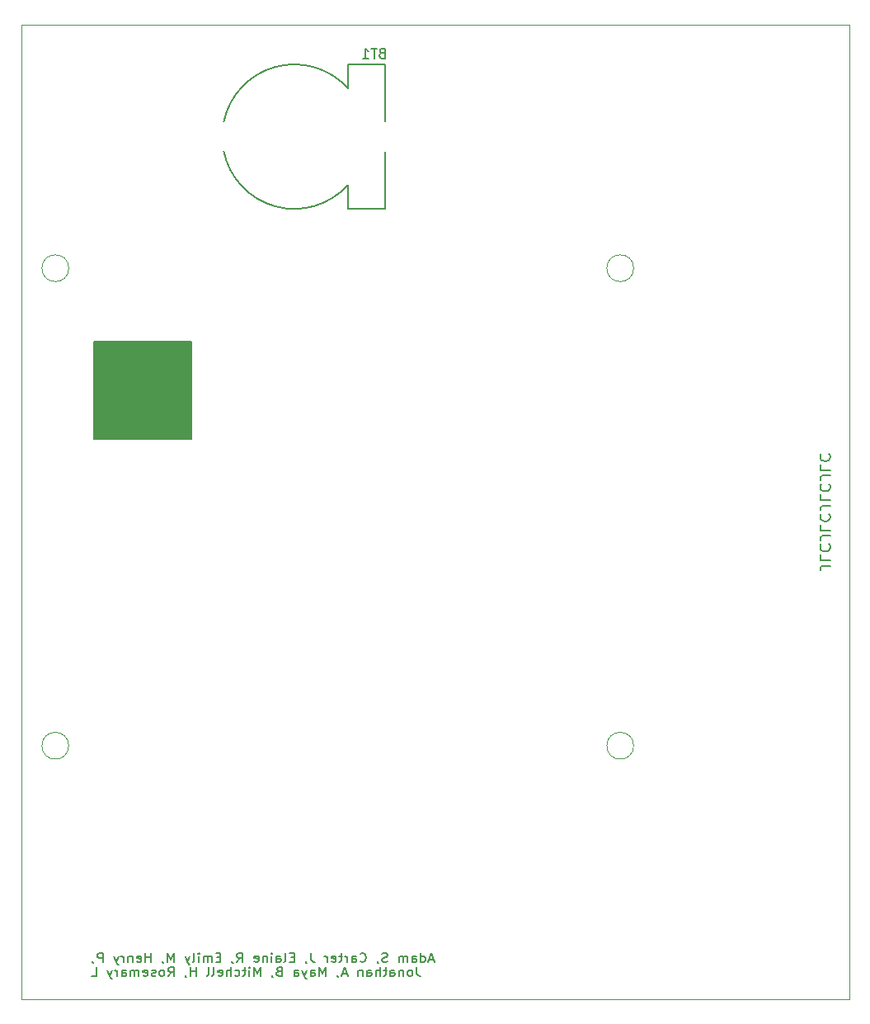
<source format=gbr>
%TF.GenerationSoftware,KiCad,Pcbnew,(6.0.7)*%
%TF.CreationDate,2022-12-06T03:31:19-06:00*%
%TF.ProjectId,Narwal_v1,4e617277-616c-45f7-9631-2e6b69636164,1*%
%TF.SameCoordinates,Original*%
%TF.FileFunction,Legend,Bot*%
%TF.FilePolarity,Positive*%
%FSLAX46Y46*%
G04 Gerber Fmt 4.6, Leading zero omitted, Abs format (unit mm)*
G04 Created by KiCad (PCBNEW (6.0.7)) date 2022-12-06 03:31:19*
%MOMM*%
%LPD*%
G01*
G04 APERTURE LIST*
%ADD10C,0.150000*%
%TA.AperFunction,Profile*%
%ADD11C,0.100000*%
%TD*%
%ADD12C,0.200000*%
%TA.AperFunction,Profile*%
%ADD13C,0.120000*%
%TD*%
%ADD14C,0.127000*%
G04 APERTURE END LIST*
D10*
X117500000Y-82500000D02*
X107500000Y-82500000D01*
X107500000Y-82500000D02*
X107500000Y-92500000D01*
X107500000Y-92500000D02*
X117500000Y-92500000D01*
X117500000Y-92500000D02*
X117500000Y-82500000D01*
G36*
X117500000Y-82500000D02*
G01*
X107500000Y-82500000D01*
X107500000Y-92500000D01*
X117500000Y-92500000D01*
X117500000Y-82500000D01*
G37*
D11*
X100000000Y-50000000D02*
X185000000Y-50000000D01*
X185000000Y-50000000D02*
X185000000Y-150000000D01*
X185000000Y-150000000D02*
X100000000Y-150000000D01*
X100000000Y-150000000D02*
X100000000Y-50000000D01*
D12*
X142368095Y-145925500D02*
X141891904Y-145925500D01*
X142463333Y-146182642D02*
X142130000Y-145282642D01*
X141796666Y-146182642D01*
X141034761Y-146182642D02*
X141034761Y-145282642D01*
X141034761Y-146139785D02*
X141130000Y-146182642D01*
X141320476Y-146182642D01*
X141415714Y-146139785D01*
X141463333Y-146096928D01*
X141510952Y-146011214D01*
X141510952Y-145754071D01*
X141463333Y-145668357D01*
X141415714Y-145625500D01*
X141320476Y-145582642D01*
X141130000Y-145582642D01*
X141034761Y-145625500D01*
X140130000Y-146182642D02*
X140130000Y-145711214D01*
X140177619Y-145625500D01*
X140272857Y-145582642D01*
X140463333Y-145582642D01*
X140558571Y-145625500D01*
X140130000Y-146139785D02*
X140225238Y-146182642D01*
X140463333Y-146182642D01*
X140558571Y-146139785D01*
X140606190Y-146054071D01*
X140606190Y-145968357D01*
X140558571Y-145882642D01*
X140463333Y-145839785D01*
X140225238Y-145839785D01*
X140130000Y-145796928D01*
X139653809Y-146182642D02*
X139653809Y-145582642D01*
X139653809Y-145668357D02*
X139606190Y-145625500D01*
X139510952Y-145582642D01*
X139368095Y-145582642D01*
X139272857Y-145625500D01*
X139225238Y-145711214D01*
X139225238Y-146182642D01*
X139225238Y-145711214D02*
X139177619Y-145625500D01*
X139082380Y-145582642D01*
X138939523Y-145582642D01*
X138844285Y-145625500D01*
X138796666Y-145711214D01*
X138796666Y-146182642D01*
X137606190Y-146139785D02*
X137463333Y-146182642D01*
X137225238Y-146182642D01*
X137130000Y-146139785D01*
X137082380Y-146096928D01*
X137034761Y-146011214D01*
X137034761Y-145925500D01*
X137082380Y-145839785D01*
X137130000Y-145796928D01*
X137225238Y-145754071D01*
X137415714Y-145711214D01*
X137510952Y-145668357D01*
X137558571Y-145625500D01*
X137606190Y-145539785D01*
X137606190Y-145454071D01*
X137558571Y-145368357D01*
X137510952Y-145325500D01*
X137415714Y-145282642D01*
X137177619Y-145282642D01*
X137034761Y-145325500D01*
X136558571Y-146139785D02*
X136558571Y-146182642D01*
X136606190Y-146268357D01*
X136653809Y-146311214D01*
X134796666Y-146096928D02*
X134844285Y-146139785D01*
X134987142Y-146182642D01*
X135082380Y-146182642D01*
X135225238Y-146139785D01*
X135320476Y-146054071D01*
X135368095Y-145968357D01*
X135415714Y-145796928D01*
X135415714Y-145668357D01*
X135368095Y-145496928D01*
X135320476Y-145411214D01*
X135225238Y-145325500D01*
X135082380Y-145282642D01*
X134987142Y-145282642D01*
X134844285Y-145325500D01*
X134796666Y-145368357D01*
X133939523Y-146182642D02*
X133939523Y-145711214D01*
X133987142Y-145625500D01*
X134082380Y-145582642D01*
X134272857Y-145582642D01*
X134368095Y-145625500D01*
X133939523Y-146139785D02*
X134034761Y-146182642D01*
X134272857Y-146182642D01*
X134368095Y-146139785D01*
X134415714Y-146054071D01*
X134415714Y-145968357D01*
X134368095Y-145882642D01*
X134272857Y-145839785D01*
X134034761Y-145839785D01*
X133939523Y-145796928D01*
X133463333Y-146182642D02*
X133463333Y-145582642D01*
X133463333Y-145754071D02*
X133415714Y-145668357D01*
X133368095Y-145625500D01*
X133272857Y-145582642D01*
X133177619Y-145582642D01*
X132987142Y-145582642D02*
X132606190Y-145582642D01*
X132844285Y-145282642D02*
X132844285Y-146054071D01*
X132796666Y-146139785D01*
X132701428Y-146182642D01*
X132606190Y-146182642D01*
X131891904Y-146139785D02*
X131987142Y-146182642D01*
X132177619Y-146182642D01*
X132272857Y-146139785D01*
X132320476Y-146054071D01*
X132320476Y-145711214D01*
X132272857Y-145625500D01*
X132177619Y-145582642D01*
X131987142Y-145582642D01*
X131891904Y-145625500D01*
X131844285Y-145711214D01*
X131844285Y-145796928D01*
X132320476Y-145882642D01*
X131415714Y-146182642D02*
X131415714Y-145582642D01*
X131415714Y-145754071D02*
X131368095Y-145668357D01*
X131320476Y-145625500D01*
X131225238Y-145582642D01*
X131130000Y-145582642D01*
X129749047Y-145282642D02*
X129749047Y-145925500D01*
X129796666Y-146054071D01*
X129891904Y-146139785D01*
X130034761Y-146182642D01*
X130130000Y-146182642D01*
X129225238Y-146139785D02*
X129225238Y-146182642D01*
X129272857Y-146268357D01*
X129320476Y-146311214D01*
X128034761Y-145711214D02*
X127701428Y-145711214D01*
X127558571Y-146182642D02*
X128034761Y-146182642D01*
X128034761Y-145282642D01*
X127558571Y-145282642D01*
X126987142Y-146182642D02*
X127082380Y-146139785D01*
X127130000Y-146054071D01*
X127130000Y-145282642D01*
X126177619Y-146182642D02*
X126177619Y-145711214D01*
X126225238Y-145625500D01*
X126320476Y-145582642D01*
X126510952Y-145582642D01*
X126606190Y-145625500D01*
X126177619Y-146139785D02*
X126272857Y-146182642D01*
X126510952Y-146182642D01*
X126606190Y-146139785D01*
X126653809Y-146054071D01*
X126653809Y-145968357D01*
X126606190Y-145882642D01*
X126510952Y-145839785D01*
X126272857Y-145839785D01*
X126177619Y-145796928D01*
X125701428Y-146182642D02*
X125701428Y-145582642D01*
X125701428Y-145282642D02*
X125749047Y-145325500D01*
X125701428Y-145368357D01*
X125653809Y-145325500D01*
X125701428Y-145282642D01*
X125701428Y-145368357D01*
X125225238Y-145582642D02*
X125225238Y-146182642D01*
X125225238Y-145668357D02*
X125177619Y-145625500D01*
X125082380Y-145582642D01*
X124939523Y-145582642D01*
X124844285Y-145625500D01*
X124796666Y-145711214D01*
X124796666Y-146182642D01*
X123939523Y-146139785D02*
X124034761Y-146182642D01*
X124225238Y-146182642D01*
X124320476Y-146139785D01*
X124368095Y-146054071D01*
X124368095Y-145711214D01*
X124320476Y-145625500D01*
X124225238Y-145582642D01*
X124034761Y-145582642D01*
X123939523Y-145625500D01*
X123891904Y-145711214D01*
X123891904Y-145796928D01*
X124368095Y-145882642D01*
X122130000Y-146182642D02*
X122463333Y-145754071D01*
X122701428Y-146182642D02*
X122701428Y-145282642D01*
X122320476Y-145282642D01*
X122225238Y-145325500D01*
X122177619Y-145368357D01*
X122130000Y-145454071D01*
X122130000Y-145582642D01*
X122177619Y-145668357D01*
X122225238Y-145711214D01*
X122320476Y-145754071D01*
X122701428Y-145754071D01*
X121653809Y-146139785D02*
X121653809Y-146182642D01*
X121701428Y-146268357D01*
X121749047Y-146311214D01*
X120463333Y-145711214D02*
X120130000Y-145711214D01*
X119987142Y-146182642D02*
X120463333Y-146182642D01*
X120463333Y-145282642D01*
X119987142Y-145282642D01*
X119558571Y-146182642D02*
X119558571Y-145582642D01*
X119558571Y-145668357D02*
X119510952Y-145625500D01*
X119415714Y-145582642D01*
X119272857Y-145582642D01*
X119177619Y-145625500D01*
X119130000Y-145711214D01*
X119130000Y-146182642D01*
X119130000Y-145711214D02*
X119082380Y-145625500D01*
X118987142Y-145582642D01*
X118844285Y-145582642D01*
X118749047Y-145625500D01*
X118701428Y-145711214D01*
X118701428Y-146182642D01*
X118225238Y-146182642D02*
X118225238Y-145582642D01*
X118225238Y-145282642D02*
X118272857Y-145325500D01*
X118225238Y-145368357D01*
X118177619Y-145325500D01*
X118225238Y-145282642D01*
X118225238Y-145368357D01*
X117606190Y-146182642D02*
X117701428Y-146139785D01*
X117749047Y-146054071D01*
X117749047Y-145282642D01*
X117320476Y-145582642D02*
X117082380Y-146182642D01*
X116844285Y-145582642D02*
X117082380Y-146182642D01*
X117177619Y-146396928D01*
X117225238Y-146439785D01*
X117320476Y-146482642D01*
X115701428Y-146182642D02*
X115701428Y-145282642D01*
X115368095Y-145925500D01*
X115034761Y-145282642D01*
X115034761Y-146182642D01*
X114510952Y-146139785D02*
X114510952Y-146182642D01*
X114558571Y-146268357D01*
X114606190Y-146311214D01*
X113320476Y-146182642D02*
X113320476Y-145282642D01*
X113320476Y-145711214D02*
X112749047Y-145711214D01*
X112749047Y-146182642D02*
X112749047Y-145282642D01*
X111891904Y-146139785D02*
X111987142Y-146182642D01*
X112177619Y-146182642D01*
X112272857Y-146139785D01*
X112320476Y-146054071D01*
X112320476Y-145711214D01*
X112272857Y-145625500D01*
X112177619Y-145582642D01*
X111987142Y-145582642D01*
X111891904Y-145625500D01*
X111844285Y-145711214D01*
X111844285Y-145796928D01*
X112320476Y-145882642D01*
X111415714Y-145582642D02*
X111415714Y-146182642D01*
X111415714Y-145668357D02*
X111368095Y-145625500D01*
X111272857Y-145582642D01*
X111130000Y-145582642D01*
X111034761Y-145625500D01*
X110987142Y-145711214D01*
X110987142Y-146182642D01*
X110510952Y-146182642D02*
X110510952Y-145582642D01*
X110510952Y-145754071D02*
X110463333Y-145668357D01*
X110415714Y-145625500D01*
X110320476Y-145582642D01*
X110225238Y-145582642D01*
X109987142Y-145582642D02*
X109749047Y-146182642D01*
X109510952Y-145582642D02*
X109749047Y-146182642D01*
X109844285Y-146396928D01*
X109891904Y-146439785D01*
X109987142Y-146482642D01*
X108368095Y-146182642D02*
X108368095Y-145282642D01*
X107987142Y-145282642D01*
X107891904Y-145325500D01*
X107844285Y-145368357D01*
X107796666Y-145454071D01*
X107796666Y-145582642D01*
X107844285Y-145668357D01*
X107891904Y-145711214D01*
X107987142Y-145754071D01*
X108368095Y-145754071D01*
X107320476Y-146139785D02*
X107320476Y-146182642D01*
X107368095Y-146268357D01*
X107415714Y-146311214D01*
X140606190Y-146731642D02*
X140606190Y-147374500D01*
X140653809Y-147503071D01*
X140749047Y-147588785D01*
X140891904Y-147631642D01*
X140987142Y-147631642D01*
X139987142Y-147631642D02*
X140082380Y-147588785D01*
X140130000Y-147545928D01*
X140177619Y-147460214D01*
X140177619Y-147203071D01*
X140130000Y-147117357D01*
X140082380Y-147074500D01*
X139987142Y-147031642D01*
X139844285Y-147031642D01*
X139749047Y-147074500D01*
X139701428Y-147117357D01*
X139653809Y-147203071D01*
X139653809Y-147460214D01*
X139701428Y-147545928D01*
X139749047Y-147588785D01*
X139844285Y-147631642D01*
X139987142Y-147631642D01*
X139225238Y-147031642D02*
X139225238Y-147631642D01*
X139225238Y-147117357D02*
X139177619Y-147074500D01*
X139082380Y-147031642D01*
X138939523Y-147031642D01*
X138844285Y-147074500D01*
X138796666Y-147160214D01*
X138796666Y-147631642D01*
X137891904Y-147631642D02*
X137891904Y-147160214D01*
X137939523Y-147074500D01*
X138034761Y-147031642D01*
X138225238Y-147031642D01*
X138320476Y-147074500D01*
X137891904Y-147588785D02*
X137987142Y-147631642D01*
X138225238Y-147631642D01*
X138320476Y-147588785D01*
X138368095Y-147503071D01*
X138368095Y-147417357D01*
X138320476Y-147331642D01*
X138225238Y-147288785D01*
X137987142Y-147288785D01*
X137891904Y-147245928D01*
X137558571Y-147031642D02*
X137177619Y-147031642D01*
X137415714Y-146731642D02*
X137415714Y-147503071D01*
X137368095Y-147588785D01*
X137272857Y-147631642D01*
X137177619Y-147631642D01*
X136844285Y-147631642D02*
X136844285Y-146731642D01*
X136415714Y-147631642D02*
X136415714Y-147160214D01*
X136463333Y-147074500D01*
X136558571Y-147031642D01*
X136701428Y-147031642D01*
X136796666Y-147074500D01*
X136844285Y-147117357D01*
X135510952Y-147631642D02*
X135510952Y-147160214D01*
X135558571Y-147074500D01*
X135653809Y-147031642D01*
X135844285Y-147031642D01*
X135939523Y-147074500D01*
X135510952Y-147588785D02*
X135606190Y-147631642D01*
X135844285Y-147631642D01*
X135939523Y-147588785D01*
X135987142Y-147503071D01*
X135987142Y-147417357D01*
X135939523Y-147331642D01*
X135844285Y-147288785D01*
X135606190Y-147288785D01*
X135510952Y-147245928D01*
X135034761Y-147031642D02*
X135034761Y-147631642D01*
X135034761Y-147117357D02*
X134987142Y-147074500D01*
X134891904Y-147031642D01*
X134749047Y-147031642D01*
X134653809Y-147074500D01*
X134606190Y-147160214D01*
X134606190Y-147631642D01*
X133415714Y-147374500D02*
X132939523Y-147374500D01*
X133510952Y-147631642D02*
X133177619Y-146731642D01*
X132844285Y-147631642D01*
X132463333Y-147588785D02*
X132463333Y-147631642D01*
X132510952Y-147717357D01*
X132558571Y-147760214D01*
X131272857Y-147631642D02*
X131272857Y-146731642D01*
X130939523Y-147374500D01*
X130606190Y-146731642D01*
X130606190Y-147631642D01*
X129701428Y-147631642D02*
X129701428Y-147160214D01*
X129749047Y-147074500D01*
X129844285Y-147031642D01*
X130034761Y-147031642D01*
X130130000Y-147074500D01*
X129701428Y-147588785D02*
X129796666Y-147631642D01*
X130034761Y-147631642D01*
X130130000Y-147588785D01*
X130177619Y-147503071D01*
X130177619Y-147417357D01*
X130130000Y-147331642D01*
X130034761Y-147288785D01*
X129796666Y-147288785D01*
X129701428Y-147245928D01*
X129320476Y-147031642D02*
X129082380Y-147631642D01*
X128844285Y-147031642D02*
X129082380Y-147631642D01*
X129177619Y-147845928D01*
X129225238Y-147888785D01*
X129320476Y-147931642D01*
X128034761Y-147631642D02*
X128034761Y-147160214D01*
X128082380Y-147074500D01*
X128177619Y-147031642D01*
X128368095Y-147031642D01*
X128463333Y-147074500D01*
X128034761Y-147588785D02*
X128130000Y-147631642D01*
X128368095Y-147631642D01*
X128463333Y-147588785D01*
X128510952Y-147503071D01*
X128510952Y-147417357D01*
X128463333Y-147331642D01*
X128368095Y-147288785D01*
X128130000Y-147288785D01*
X128034761Y-147245928D01*
X126463333Y-147160214D02*
X126320476Y-147203071D01*
X126272857Y-147245928D01*
X126225238Y-147331642D01*
X126225238Y-147460214D01*
X126272857Y-147545928D01*
X126320476Y-147588785D01*
X126415714Y-147631642D01*
X126796666Y-147631642D01*
X126796666Y-146731642D01*
X126463333Y-146731642D01*
X126368095Y-146774500D01*
X126320476Y-146817357D01*
X126272857Y-146903071D01*
X126272857Y-146988785D01*
X126320476Y-147074500D01*
X126368095Y-147117357D01*
X126463333Y-147160214D01*
X126796666Y-147160214D01*
X125749047Y-147588785D02*
X125749047Y-147631642D01*
X125796666Y-147717357D01*
X125844285Y-147760214D01*
X124558571Y-147631642D02*
X124558571Y-146731642D01*
X124225238Y-147374500D01*
X123891904Y-146731642D01*
X123891904Y-147631642D01*
X123415714Y-147631642D02*
X123415714Y-147031642D01*
X123415714Y-146731642D02*
X123463333Y-146774500D01*
X123415714Y-146817357D01*
X123368095Y-146774500D01*
X123415714Y-146731642D01*
X123415714Y-146817357D01*
X123082380Y-147031642D02*
X122701428Y-147031642D01*
X122939523Y-146731642D02*
X122939523Y-147503071D01*
X122891904Y-147588785D01*
X122796666Y-147631642D01*
X122701428Y-147631642D01*
X121939523Y-147588785D02*
X122034761Y-147631642D01*
X122225238Y-147631642D01*
X122320476Y-147588785D01*
X122368095Y-147545928D01*
X122415714Y-147460214D01*
X122415714Y-147203071D01*
X122368095Y-147117357D01*
X122320476Y-147074500D01*
X122225238Y-147031642D01*
X122034761Y-147031642D01*
X121939523Y-147074500D01*
X121510952Y-147631642D02*
X121510952Y-146731642D01*
X121082380Y-147631642D02*
X121082380Y-147160214D01*
X121130000Y-147074500D01*
X121225238Y-147031642D01*
X121368095Y-147031642D01*
X121463333Y-147074500D01*
X121510952Y-147117357D01*
X120225238Y-147588785D02*
X120320476Y-147631642D01*
X120510952Y-147631642D01*
X120606190Y-147588785D01*
X120653809Y-147503071D01*
X120653809Y-147160214D01*
X120606190Y-147074500D01*
X120510952Y-147031642D01*
X120320476Y-147031642D01*
X120225238Y-147074500D01*
X120177619Y-147160214D01*
X120177619Y-147245928D01*
X120653809Y-147331642D01*
X119606190Y-147631642D02*
X119701428Y-147588785D01*
X119749047Y-147503071D01*
X119749047Y-146731642D01*
X119082380Y-147631642D02*
X119177619Y-147588785D01*
X119225238Y-147503071D01*
X119225238Y-146731642D01*
X117939523Y-147631642D02*
X117939523Y-146731642D01*
X117939523Y-147160214D02*
X117368095Y-147160214D01*
X117368095Y-147631642D02*
X117368095Y-146731642D01*
X116844285Y-147588785D02*
X116844285Y-147631642D01*
X116891904Y-147717357D01*
X116939523Y-147760214D01*
X115082380Y-147631642D02*
X115415714Y-147203071D01*
X115653809Y-147631642D02*
X115653809Y-146731642D01*
X115272857Y-146731642D01*
X115177619Y-146774500D01*
X115130000Y-146817357D01*
X115082380Y-146903071D01*
X115082380Y-147031642D01*
X115130000Y-147117357D01*
X115177619Y-147160214D01*
X115272857Y-147203071D01*
X115653809Y-147203071D01*
X114510952Y-147631642D02*
X114606190Y-147588785D01*
X114653809Y-147545928D01*
X114701428Y-147460214D01*
X114701428Y-147203071D01*
X114653809Y-147117357D01*
X114606190Y-147074500D01*
X114510952Y-147031642D01*
X114368095Y-147031642D01*
X114272857Y-147074500D01*
X114225238Y-147117357D01*
X114177619Y-147203071D01*
X114177619Y-147460214D01*
X114225238Y-147545928D01*
X114272857Y-147588785D01*
X114368095Y-147631642D01*
X114510952Y-147631642D01*
X113796666Y-147588785D02*
X113701428Y-147631642D01*
X113510952Y-147631642D01*
X113415714Y-147588785D01*
X113368095Y-147503071D01*
X113368095Y-147460214D01*
X113415714Y-147374500D01*
X113510952Y-147331642D01*
X113653809Y-147331642D01*
X113749047Y-147288785D01*
X113796666Y-147203071D01*
X113796666Y-147160214D01*
X113749047Y-147074500D01*
X113653809Y-147031642D01*
X113510952Y-147031642D01*
X113415714Y-147074500D01*
X112558571Y-147588785D02*
X112653809Y-147631642D01*
X112844285Y-147631642D01*
X112939523Y-147588785D01*
X112987142Y-147503071D01*
X112987142Y-147160214D01*
X112939523Y-147074500D01*
X112844285Y-147031642D01*
X112653809Y-147031642D01*
X112558571Y-147074500D01*
X112510952Y-147160214D01*
X112510952Y-147245928D01*
X112987142Y-147331642D01*
X112082380Y-147631642D02*
X112082380Y-147031642D01*
X112082380Y-147117357D02*
X112034761Y-147074500D01*
X111939523Y-147031642D01*
X111796666Y-147031642D01*
X111701428Y-147074500D01*
X111653809Y-147160214D01*
X111653809Y-147631642D01*
X111653809Y-147160214D02*
X111606190Y-147074500D01*
X111510952Y-147031642D01*
X111368095Y-147031642D01*
X111272857Y-147074500D01*
X111225238Y-147160214D01*
X111225238Y-147631642D01*
X110320476Y-147631642D02*
X110320476Y-147160214D01*
X110368095Y-147074500D01*
X110463333Y-147031642D01*
X110653809Y-147031642D01*
X110749047Y-147074500D01*
X110320476Y-147588785D02*
X110415714Y-147631642D01*
X110653809Y-147631642D01*
X110749047Y-147588785D01*
X110796666Y-147503071D01*
X110796666Y-147417357D01*
X110749047Y-147331642D01*
X110653809Y-147288785D01*
X110415714Y-147288785D01*
X110320476Y-147245928D01*
X109844285Y-147631642D02*
X109844285Y-147031642D01*
X109844285Y-147203071D02*
X109796666Y-147117357D01*
X109749047Y-147074500D01*
X109653809Y-147031642D01*
X109558571Y-147031642D01*
X109320476Y-147031642D02*
X109082380Y-147631642D01*
X108844285Y-147031642D02*
X109082380Y-147631642D01*
X109177619Y-147845928D01*
X109225238Y-147888785D01*
X109320476Y-147931642D01*
X107225238Y-147631642D02*
X107701428Y-147631642D01*
X107701428Y-146731642D01*
X183047619Y-105542857D02*
X182333333Y-105542857D01*
X182190476Y-105600000D01*
X182095238Y-105714285D01*
X182047619Y-105885714D01*
X182047619Y-106000000D01*
X182047619Y-104400000D02*
X182047619Y-104971428D01*
X183047619Y-104971428D01*
X182142857Y-103314285D02*
X182095238Y-103371428D01*
X182047619Y-103542857D01*
X182047619Y-103657142D01*
X182095238Y-103828571D01*
X182190476Y-103942857D01*
X182285714Y-104000000D01*
X182476190Y-104057142D01*
X182619047Y-104057142D01*
X182809523Y-104000000D01*
X182904761Y-103942857D01*
X183000000Y-103828571D01*
X183047619Y-103657142D01*
X183047619Y-103542857D01*
X183000000Y-103371428D01*
X182952380Y-103314285D01*
X183047619Y-102457142D02*
X182333333Y-102457142D01*
X182190476Y-102514285D01*
X182095238Y-102628571D01*
X182047619Y-102800000D01*
X182047619Y-102914285D01*
X182047619Y-101314285D02*
X182047619Y-101885714D01*
X183047619Y-101885714D01*
X182142857Y-100228571D02*
X182095238Y-100285714D01*
X182047619Y-100457142D01*
X182047619Y-100571428D01*
X182095238Y-100742857D01*
X182190476Y-100857142D01*
X182285714Y-100914285D01*
X182476190Y-100971428D01*
X182619047Y-100971428D01*
X182809523Y-100914285D01*
X182904761Y-100857142D01*
X183000000Y-100742857D01*
X183047619Y-100571428D01*
X183047619Y-100457142D01*
X183000000Y-100285714D01*
X182952380Y-100228571D01*
X183047619Y-99371428D02*
X182333333Y-99371428D01*
X182190476Y-99428571D01*
X182095238Y-99542857D01*
X182047619Y-99714285D01*
X182047619Y-99828571D01*
X182047619Y-98228571D02*
X182047619Y-98800000D01*
X183047619Y-98800000D01*
X182142857Y-97142857D02*
X182095238Y-97200000D01*
X182047619Y-97371428D01*
X182047619Y-97485714D01*
X182095238Y-97657142D01*
X182190476Y-97771428D01*
X182285714Y-97828571D01*
X182476190Y-97885714D01*
X182619047Y-97885714D01*
X182809523Y-97828571D01*
X182904761Y-97771428D01*
X183000000Y-97657142D01*
X183047619Y-97485714D01*
X183047619Y-97371428D01*
X183000000Y-97200000D01*
X182952380Y-97142857D01*
X183047619Y-96285714D02*
X182333333Y-96285714D01*
X182190476Y-96342857D01*
X182095238Y-96457142D01*
X182047619Y-96628571D01*
X182047619Y-96742857D01*
X182047619Y-95142857D02*
X182047619Y-95714285D01*
X183047619Y-95714285D01*
X182142857Y-94057142D02*
X182095238Y-94114285D01*
X182047619Y-94285714D01*
X182047619Y-94400000D01*
X182095238Y-94571428D01*
X182190476Y-94685714D01*
X182285714Y-94742857D01*
X182476190Y-94800000D01*
X182619047Y-94800000D01*
X182809523Y-94742857D01*
X182904761Y-94685714D01*
X183000000Y-94571428D01*
X183047619Y-94400000D01*
X183047619Y-94285714D01*
X183000000Y-94114285D01*
X182952380Y-94057142D01*
D10*
%TO.C,BT1*%
X137035714Y-52928571D02*
X136892857Y-52976190D01*
X136845238Y-53023809D01*
X136797619Y-53119047D01*
X136797619Y-53261904D01*
X136845238Y-53357142D01*
X136892857Y-53404761D01*
X136988095Y-53452380D01*
X137369047Y-53452380D01*
X137369047Y-52452380D01*
X137035714Y-52452380D01*
X136940476Y-52500000D01*
X136892857Y-52547619D01*
X136845238Y-52642857D01*
X136845238Y-52738095D01*
X136892857Y-52833333D01*
X136940476Y-52880952D01*
X137035714Y-52928571D01*
X137369047Y-52928571D01*
X136511904Y-52452380D02*
X135940476Y-52452380D01*
X136226190Y-53452380D02*
X136226190Y-52452380D01*
X135083333Y-53452380D02*
X135654761Y-53452380D01*
X135369047Y-53452380D02*
X135369047Y-52452380D01*
X135464285Y-52595238D01*
X135559523Y-52690476D01*
X135654761Y-52738095D01*
D13*
%TO.C,A1*%
X162875000Y-75000000D02*
G75*
G03*
X162875000Y-75000000I-1375000J0D01*
G01*
X162875000Y-124000000D02*
G75*
G03*
X162875000Y-124000000I-1375000J0D01*
G01*
X104875000Y-124000000D02*
G75*
G03*
X104875000Y-124000000I-1375000J0D01*
G01*
X104875000Y-75000000D02*
G75*
G03*
X104875000Y-75000000I-1375000J0D01*
G01*
D14*
%TO.C,BT1*%
X137375000Y-54100000D02*
X133525000Y-54100000D01*
X133525000Y-68900000D02*
X137375000Y-68900000D01*
X137375000Y-68900000D02*
X137375000Y-63050000D01*
X133525000Y-66425000D02*
X133525000Y-68900000D01*
X137375000Y-54100000D02*
X137375000Y-59950000D01*
X133525000Y-54100000D02*
X133525000Y-56525000D01*
X133525000Y-56525000D02*
G75*
G03*
X120799999Y-59975001I-5488304J-4949391D01*
G01*
X120799999Y-63024999D02*
G75*
G03*
X133525000Y-66475000I7236697J1499390D01*
G01*
%TD*%
M02*

</source>
